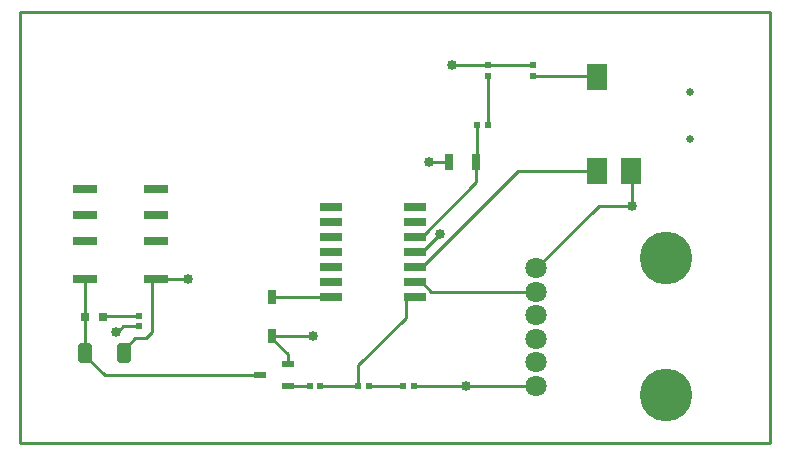
<source format=gbr>
%TF.GenerationSoftware,Altium Limited,Altium Designer,24.10.1 (45)*%
G04 Layer_Physical_Order=1*
G04 Layer_Color=255*
%FSLAX45Y45*%
%MOMM*%
%TF.SameCoordinates,9AD70181-00FA-4A01-9188-FD1DF1966971*%
%TF.FilePolarity,Positive*%
%TF.FileFunction,Copper,L1,Top,Signal*%
%TF.Part,Single*%
G01*
G75*
%TA.AperFunction,SMDPad,CuDef*%
%ADD10R,0.55000X0.55000*%
%ADD11R,0.75000X1.45000*%
%ADD12R,0.55000X0.55000*%
%ADD13R,1.00000X0.60000*%
%ADD14R,0.80000X0.80000*%
%ADD15R,1.80000X2.20000*%
%ADD16R,0.62000X0.62000*%
%ADD17R,0.62000X0.62000*%
%ADD18R,1.82500X0.70000*%
%ADD19R,0.80000X1.25000*%
G04:AMPARAMS|DCode=20|XSize=1.14mm|YSize=1.63mm|CornerRadius=0.1425mm|HoleSize=0mm|Usage=FLASHONLY|Rotation=180.000|XOffset=0mm|YOffset=0mm|HoleType=Round|Shape=RoundedRectangle|*
%AMROUNDEDRECTD20*
21,1,1.14000,1.34500,0,0,180.0*
21,1,0.85500,1.63000,0,0,180.0*
1,1,0.28500,-0.42750,0.67250*
1,1,0.28500,0.42750,0.67250*
1,1,0.28500,0.42750,-0.67250*
1,1,0.28500,-0.42750,-0.67250*
%
%ADD20ROUNDEDRECTD20*%
%ADD21R,2.00000X0.70000*%
%TA.AperFunction,NonConductor*%
%ADD22C,0.25400*%
%TA.AperFunction,Conductor*%
%ADD23C,0.25400*%
%TA.AperFunction,ComponentPad*%
%ADD24C,0.65000*%
%ADD25C,4.45500*%
%ADD26C,1.80000*%
%TA.AperFunction,ViaPad*%
%ADD27C,0.85000*%
D10*
X12401000Y9906000D02*
D03*
X12491000D02*
D03*
X11075500Y7696200D02*
D03*
X10985500D02*
D03*
D11*
X12165900Y9588500D02*
D03*
X12395900D02*
D03*
D12*
X9537700Y8287300D02*
D03*
Y8197300D02*
D03*
D13*
X10560700Y7785100D02*
D03*
X10800700Y7880600D02*
D03*
Y7689600D02*
D03*
D14*
X9230500Y8280400D02*
D03*
X9080500D02*
D03*
D15*
X13413300Y10312300D02*
D03*
X13703300Y9512300D02*
D03*
X13413300D02*
D03*
D16*
X12496800Y10409200D02*
D03*
Y10317200D02*
D03*
X12877800Y10317200D02*
D03*
Y10409200D02*
D03*
D17*
X11777700Y7696200D02*
D03*
X11869700D02*
D03*
X11396700D02*
D03*
X11488700D02*
D03*
D18*
X11163300Y8445500D02*
D03*
Y8572500D02*
D03*
Y8699500D02*
D03*
Y8826500D02*
D03*
Y8953500D02*
D03*
Y9080500D02*
D03*
Y9207500D02*
D03*
X11875700D02*
D03*
Y9080500D02*
D03*
Y8953500D02*
D03*
Y8826500D02*
D03*
Y8699500D02*
D03*
Y8572500D02*
D03*
Y8445500D02*
D03*
D19*
X10668000Y8115400D02*
D03*
Y8445400D02*
D03*
D20*
X9081600Y7975600D02*
D03*
X9409600D02*
D03*
D21*
X9685300Y8598900D02*
D03*
X9085300D02*
D03*
X9685300Y8918900D02*
D03*
X9085300D02*
D03*
X9685300Y9138900D02*
D03*
X9085300D02*
D03*
X9685300Y9358900D02*
D03*
X9085300D02*
D03*
D22*
X8534400Y7213600D02*
X14884399D01*
X8534400Y10858500D02*
X14884399D01*
Y7213600D02*
Y10858500D01*
X8534400Y7213600D02*
Y10858500D01*
D23*
X11993267Y9588414D02*
X12165814D01*
X12165900Y9588500D01*
X9956300Y8598400D02*
X9956800Y8597900D01*
X9685300Y8598900D02*
X9685800Y8598400D01*
X9956300D01*
X13716000Y9220200D02*
Y9499600D01*
X13703300Y9512300D02*
X13716000Y9499600D01*
X12903200Y8693100D02*
X13430299Y9220200D01*
X13716000D01*
X11931950Y8826500D02*
X12084350Y8978900D01*
X11875700Y8826500D02*
X11931950D01*
X12084350Y8978900D02*
X12090400D01*
X12893700Y8683600D02*
X12903200Y8693100D01*
X12496800Y10311400D02*
Y10317200D01*
X12491000Y10305600D02*
X12496800Y10311400D01*
X12491000Y9906000D02*
Y10305600D01*
X12398450Y9903450D02*
X12401000Y9906000D01*
X12398450Y9591050D02*
Y9903450D01*
X12395900Y9588500D02*
X12398450Y9591050D01*
X12522200Y10409200D02*
X12877800D01*
X12192000Y10414000D02*
X12517400D01*
X12522200Y10409200D01*
X12877800Y10317200D02*
X13408400D01*
X13413300Y10312300D01*
X11931950Y8699500D02*
X12744750Y9512300D01*
X11875700Y8699500D02*
X11931950D01*
X12744750Y9512300D02*
X13413300D01*
X12395900Y9417450D02*
Y9588500D01*
X11931950Y8953500D02*
X12395900Y9417450D01*
X11875700Y8953500D02*
X11931950D01*
X12011350Y8493100D02*
X12903200D01*
X11931950Y8572500D02*
X12011350Y8493100D01*
X11875700Y8572500D02*
X11931950D01*
X12307850Y7694650D02*
X12901649D01*
X12903200Y7693100D01*
X12306300Y7696200D02*
X12307850Y7694650D01*
X11797150Y8423200D02*
X11819450Y8445500D01*
X11396700Y7696200D02*
Y7868625D01*
X11819450Y8445500D02*
X11875700D01*
X11797150Y8269075D02*
Y8423200D01*
X11396700Y7868625D02*
X11797150Y8269075D01*
X11869700Y7696200D02*
X12306300D01*
X10668100Y8445500D02*
X11163300D01*
X10668000Y8445400D02*
X10668100Y8445500D01*
X10668000Y8115400D02*
X10668100Y8115300D01*
X11010900D01*
X10800700Y7880600D02*
Y7960200D01*
X10668000Y8092900D02*
X10800700Y7960200D01*
X10668000Y8092900D02*
Y8115400D01*
X11488700Y7696200D02*
X11777700D01*
X11075500D02*
X11396700D01*
X10982200Y7692900D02*
X10985500Y7696200D01*
X10804000Y7692900D02*
X10982200D01*
X10800700Y7689600D02*
X10804000Y7692900D01*
X9081600Y7951100D02*
X9247600Y7785100D01*
X9081600Y7951100D02*
Y7975600D01*
X9247600Y7785100D02*
X10560700D01*
X9670201Y8598900D02*
X9685300D01*
X9647900Y8576600D02*
X9670201Y8598900D01*
X9597331Y8098731D02*
X9647900Y8149300D01*
Y8576600D01*
X9508231Y8098731D02*
X9597331D01*
X9409600Y7975600D02*
Y8000100D01*
X9508231Y8098731D01*
X9363328Y8153400D02*
X9407228Y8197300D01*
X9537700D01*
X9347200Y8153400D02*
X9363328D01*
X9230500Y8280400D02*
X9237400Y8287300D01*
X9537700D01*
X9081600Y7975600D02*
Y8279300D01*
X9080500Y8280400D02*
X9081600Y8279300D01*
X9080500Y8594100D02*
X9085300Y8598900D01*
X9080500Y8280400D02*
Y8594100D01*
D24*
X14203300Y10182300D02*
D03*
Y9782300D02*
D03*
D25*
X14003200Y7613100D02*
D03*
Y8773100D02*
D03*
D26*
X12903200Y7893100D02*
D03*
Y8093100D02*
D03*
Y8293100D02*
D03*
Y7693100D02*
D03*
Y8693100D02*
D03*
Y8493100D02*
D03*
D27*
X11993267Y9588414D02*
D03*
X13716000Y9220200D02*
D03*
X12090400Y8978900D02*
D03*
X9956800Y8597900D02*
D03*
X12192000Y10414000D02*
D03*
X11010900Y8115300D02*
D03*
X12306300Y7696200D02*
D03*
X9347200Y8153400D02*
D03*
%TF.MD5,52bbd2938aa3810602c56bb42784ecae*%
M02*

</source>
